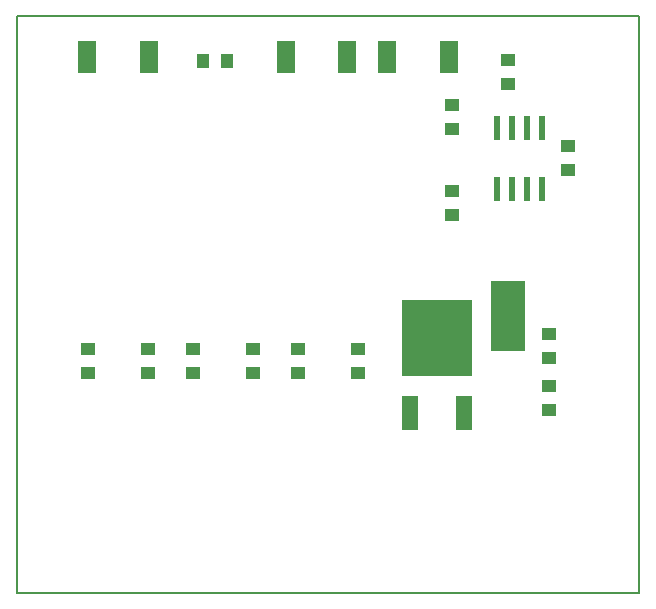
<source format=gbr>
%FSLAX23Y23*%
%MOIN*%
G04 EasyPC Gerber Version 18.0.1 Build 3581 *
%ADD106R,0.01962X0.08260*%
%ADD76R,0.04128X0.05112*%
%ADD104R,0.05506X0.11411*%
%ADD107R,0.06490X0.10600*%
%ADD103R,0.11411X0.23222*%
%ADD105R,0.23222X0.25191*%
%ADD10C,0.00800*%
%ADD78R,0.05112X0.04128*%
X0Y0D02*
D02*
D10*
X417Y924D02*
X2492D01*
Y2849*
X417*
Y924*
D02*
D76*
X1039Y2699D03*
X1119D03*
D02*
D78*
X654Y1659D03*
Y1739D03*
X854Y1659D03*
Y1739D03*
X1004Y1659D03*
Y1739D03*
X1204Y1659D03*
Y1739D03*
X1354Y1659D03*
Y1739D03*
X1554Y1659D03*
Y1739D03*
X1866Y2184D03*
Y2264D03*
Y2472D03*
Y2552D03*
X2054Y2622D03*
Y2702D03*
X2192Y1534D03*
Y1614D03*
Y1709D03*
Y1789D03*
X2254Y2334D03*
Y2414D03*
D02*
D103*
X2054Y1849D03*
D02*
D104*
X1727Y1524D03*
X1907D03*
D02*
D105*
X1816Y1774D03*
D02*
D106*
X2017Y2272D03*
Y2476D03*
X2067Y2272D03*
Y2476D03*
X2117Y2272D03*
Y2476D03*
X2167Y2272D03*
Y2476D03*
D02*
D107*
X652Y2712D03*
X856D03*
X1315D03*
X1519D03*
X1652D03*
X1856D03*
X0Y0D02*
M02*

</source>
